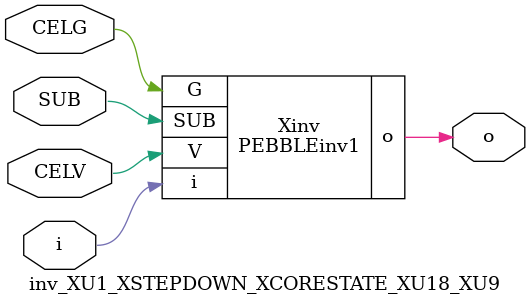
<source format=v>



module PEBBLEinv1 ( o, G, SUB, V, i );

  input V;
  input i;
  input G;
  output o;
  input SUB;
endmodule

//Celera Confidential Do Not Copy inv_XU1_XSTEPDOWN_XCORESTATE_XU18_XU9
//Celera Confidential Symbol Generator
//5V Inverter
module inv_XU1_XSTEPDOWN_XCORESTATE_XU18_XU9 (CELV,CELG,i,o,SUB);
input CELV;
input CELG;
input i;
input SUB;
output o;

//Celera Confidential Do Not Copy inv
PEBBLEinv1 Xinv(
.V (CELV),
.i (i),
.o (o),
.SUB (SUB),
.G (CELG)
);
//,diesize,PEBBLEinv1

//Celera Confidential Do Not Copy Module End
//Celera Schematic Generator
endmodule

</source>
